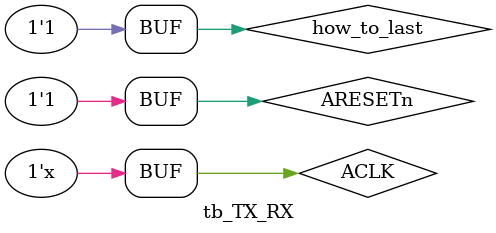
<source format=sv>
`timescale 1ns / 1ps

module tb_TX_RX();

logic ACLK;
logic ARESETn;
logic TREADY;

wire [1:0] TKEEP;
wire [1:0] TSTRB;
wire [7:0] TID;
wire TDEST;
wire TUSER;
wire TLAST;
wire [15:0] TDATA;

logic [15:0] in_data;

logic how_to_last;

wire [127:0] txstate_tx;
wire [127:0] txstate_rx;

Axi_Stream_Transmitter Axi_Stream_Transmitter_i(
    .ACLK(ACLK),             
    .ARESETn(ARESETn),             
    .TREADY(TREADY),             
    .in_data(in_data),
    .how_to_last(how_to_last),            
                 
    .TKEEP(TKEEP),
    .TSTRB(TSTRB),
    .TID(TID),
    .TDEST(TDEST),             
    .TUSER(TUSER),             
                  
    .TVALID(TVALID),      
    .TLAST(TLAST),        
    .TDATA(TDATA),
    .txstate(txstate_tx)  
);

Axi_Stream_Receiver Axi_Stream_Receiver_i (
    .ACLK(ACLK),              
    .ARESETn(ARESETn),        
    .TREADY(TREADY),          
                              
    .TKEEP(TKEEP),            
    .TSTRB(TSTRB),            
    .TID(TID),                
    .TDEST(TDEST),            
    .TUSER(TUSER),            
                              
    .TVALID(TVALID),          
    .TLAST(TLAST),            
    .TDATA(TDATA),            
    .txstate(txstate_rx)         
);

always #5 ACLK = !ACLK;

initial begin

    ACLK = 1'b1;
    ARESETn = 1'b0;
    in_data = 16'd0;
    
    #20 
    ARESETn = 1'b1;
    
    #200
    how_to_last = 1'b1;
    
end

always @(posedge ACLK) begin
    in_data = in_data + 1;
end

endmodule

</source>
